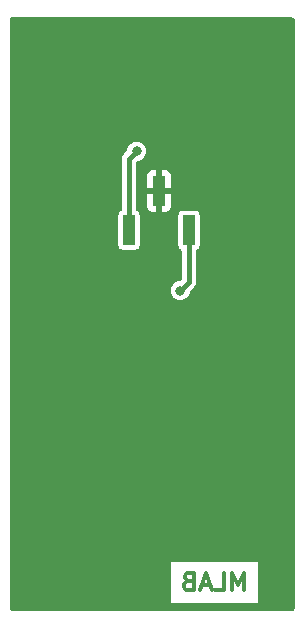
<source format=gbr>
%TF.GenerationSoftware,KiCad,Pcbnew,7.0.5.1-1-g8f565ef7f0-dirty-deb11*%
%TF.CreationDate,2023-07-05T14:49:23+00:00*%
%TF.ProjectId,PINHOLDER01,50494e48-4f4c-4444-9552-30312e6b6963,01A*%
%TF.SameCoordinates,Original*%
%TF.FileFunction,Copper,L2,Bot*%
%TF.FilePolarity,Positive*%
%FSLAX46Y46*%
G04 Gerber Fmt 4.6, Leading zero omitted, Abs format (unit mm)*
G04 Created by KiCad (PCBNEW 7.0.5.1-1-g8f565ef7f0-dirty-deb11) date 2023-07-05 14:49:23*
%MOMM*%
%LPD*%
G01*
G04 APERTURE LIST*
%ADD10C,0.300000*%
%TA.AperFunction,NonConductor*%
%ADD11C,0.300000*%
%TD*%
%TA.AperFunction,ComponentPad*%
%ADD12C,6.000000*%
%TD*%
%TA.AperFunction,SMDPad,CuDef*%
%ADD13R,1.000000X2.510000*%
%TD*%
%TA.AperFunction,ViaPad*%
%ADD14C,0.800000*%
%TD*%
%TA.AperFunction,Conductor*%
%ADD15C,0.400000*%
%TD*%
G04 APERTURE END LIST*
D10*
D11*
X15024821Y-43687182D02*
X15024821Y-42187182D01*
X15024821Y-42187182D02*
X14524821Y-43258611D01*
X14524821Y-43258611D02*
X14024821Y-42187182D01*
X14024821Y-42187182D02*
X14024821Y-43687182D01*
X12596249Y-43687182D02*
X13310535Y-43687182D01*
X13310535Y-43687182D02*
X13310535Y-42187182D01*
X12167677Y-43258611D02*
X11453392Y-43258611D01*
X12310534Y-43687182D02*
X11810534Y-42187182D01*
X11810534Y-42187182D02*
X11310534Y-43687182D01*
X10310535Y-42901468D02*
X10096249Y-42972896D01*
X10096249Y-42972896D02*
X10024820Y-43044325D01*
X10024820Y-43044325D02*
X9953392Y-43187182D01*
X9953392Y-43187182D02*
X9953392Y-43401468D01*
X9953392Y-43401468D02*
X10024820Y-43544325D01*
X10024820Y-43544325D02*
X10096249Y-43615754D01*
X10096249Y-43615754D02*
X10239106Y-43687182D01*
X10239106Y-43687182D02*
X10810535Y-43687182D01*
X10810535Y-43687182D02*
X10810535Y-42187182D01*
X10810535Y-42187182D02*
X10310535Y-42187182D01*
X10310535Y-42187182D02*
X10167678Y-42258611D01*
X10167678Y-42258611D02*
X10096249Y-42330039D01*
X10096249Y-42330039D02*
X10024820Y-42472896D01*
X10024820Y-42472896D02*
X10024820Y-42615754D01*
X10024820Y-42615754D02*
X10096249Y-42758611D01*
X10096249Y-42758611D02*
X10167678Y-42830039D01*
X10167678Y-42830039D02*
X10310535Y-42901468D01*
X10310535Y-42901468D02*
X10810535Y-42901468D01*
D12*
%TO.P,M3,1*%
%TO.N,GND*%
X0Y0D03*
%TD*%
%TO.P,M4,1*%
%TO.N,GND*%
X0Y-40640000D03*
%TD*%
D13*
%TO.P,J1,1*%
%TO.N,/circle_0*%
X10364821Y-13183854D03*
%TO.P,J1,2*%
%TO.N,GND*%
X7824821Y-9873854D03*
%TO.P,J1,3*%
%TO.N,Net-(J1-Pad3)*%
X5284821Y-13183854D03*
%TD*%
D14*
%TO.N,/circle_0*%
X9624821Y-18308854D03*
%TO.N,Net-(J1-Pad3)*%
X5924821Y-6508854D03*
%TD*%
D15*
%TO.N,/circle_0*%
X10364821Y-17568854D02*
X9624821Y-18308854D01*
X10364821Y-13183854D02*
X10364821Y-17568854D01*
%TO.N,Net-(J1-Pad3)*%
X5924821Y-6508854D02*
X5284821Y-7148854D01*
X5284821Y-7148854D02*
X5284821Y-13183854D01*
%TD*%
%TA.AperFunction,Conductor*%
%TO.N,GND*%
G36*
X19190843Y4805793D02*
G01*
X19260084Y4750574D01*
X19298511Y4670782D01*
X19303500Y4626500D01*
X19303500Y-45209854D01*
X19283793Y-45296197D01*
X19228574Y-45365438D01*
X19148782Y-45403865D01*
X19104500Y-45408854D01*
X-4626500Y-45408854D01*
X-4712843Y-45389147D01*
X-4782084Y-45333928D01*
X-4820511Y-45254136D01*
X-4825500Y-45209854D01*
X-4825500Y-41269068D01*
X8827892Y-41269068D01*
X8827892Y-44748640D01*
X16221750Y-44748640D01*
X16221750Y-41269068D01*
X8827892Y-41269068D01*
X-4825500Y-41269068D01*
X-4825500Y-18308854D01*
X8819256Y-18308854D01*
X8839453Y-18488109D01*
X8839453Y-18488111D01*
X8839454Y-18488112D01*
X8899031Y-18658374D01*
X8899031Y-18658375D01*
X8995008Y-18811120D01*
X9122554Y-18938666D01*
X9122556Y-18938667D01*
X9122559Y-18938670D01*
X9275299Y-19034643D01*
X9445566Y-19094222D01*
X9624821Y-19114419D01*
X9804076Y-19094222D01*
X9974343Y-19034643D01*
X10127083Y-18938670D01*
X10254637Y-18811116D01*
X10350610Y-18658376D01*
X10410189Y-18488109D01*
X10417044Y-18427264D01*
X10446294Y-18343671D01*
X10474075Y-18308833D01*
X10756994Y-18025914D01*
X10766771Y-18017340D01*
X10793103Y-17997136D01*
X10889357Y-17871695D01*
X10949865Y-17725616D01*
X10965321Y-17608215D01*
X10970503Y-17568854D01*
X10966173Y-17535960D01*
X10965321Y-17522960D01*
X10965321Y-14959085D01*
X10985028Y-14872742D01*
X11040247Y-14803501D01*
X11073973Y-14781776D01*
X11103163Y-14766904D01*
X11192871Y-14677196D01*
X11250467Y-14564158D01*
X11265321Y-14470373D01*
X11265320Y-11897336D01*
X11250467Y-11803550D01*
X11192871Y-11690512D01*
X11192870Y-11690511D01*
X11192869Y-11690509D01*
X11103163Y-11600803D01*
X10990128Y-11543209D01*
X10990125Y-11543208D01*
X10990123Y-11543207D01*
X10990121Y-11543207D01*
X10924639Y-11532836D01*
X10896340Y-11528354D01*
X10896339Y-11528354D01*
X9833302Y-11528354D01*
X9739517Y-11543208D01*
X9739515Y-11543208D01*
X9626476Y-11600805D01*
X9536770Y-11690511D01*
X9479176Y-11803546D01*
X9479174Y-11803553D01*
X9464321Y-11897335D01*
X9464321Y-14470372D01*
X9477144Y-14551334D01*
X9479174Y-14564154D01*
X9479175Y-14564157D01*
X9479175Y-14564159D01*
X9536772Y-14677198D01*
X9626476Y-14766902D01*
X9626478Y-14766903D01*
X9626479Y-14766904D01*
X9655665Y-14781775D01*
X9723649Y-14838532D01*
X9760276Y-14919166D01*
X9764321Y-14959085D01*
X9764321Y-17237689D01*
X9744614Y-17324032D01*
X9706034Y-17378404D01*
X9624841Y-17459596D01*
X9549852Y-17506714D01*
X9506413Y-17516629D01*
X9445568Y-17523485D01*
X9445563Y-17523486D01*
X9275300Y-17583064D01*
X9275299Y-17583064D01*
X9122554Y-17679041D01*
X8995008Y-17806587D01*
X8899031Y-17959332D01*
X8899031Y-17959333D01*
X8875731Y-18025922D01*
X8839453Y-18129599D01*
X8819256Y-18308854D01*
X-4825500Y-18308854D01*
X-4825500Y-14470372D01*
X4384321Y-14470372D01*
X4397144Y-14551334D01*
X4399174Y-14564154D01*
X4399175Y-14564157D01*
X4399175Y-14564159D01*
X4456772Y-14677198D01*
X4546478Y-14766904D01*
X4618304Y-14803501D01*
X4659517Y-14824500D01*
X4753302Y-14839354D01*
X5816339Y-14839353D01*
X5910125Y-14824500D01*
X6023163Y-14766904D01*
X6112871Y-14677196D01*
X6170467Y-14564158D01*
X6185321Y-14470373D01*
X6185320Y-11897336D01*
X6170467Y-11803550D01*
X6112871Y-11690512D01*
X6112870Y-11690511D01*
X6112869Y-11690509D01*
X6023164Y-11600804D01*
X6023162Y-11600803D01*
X5993975Y-11585931D01*
X5925990Y-11529173D01*
X5889365Y-11448537D01*
X5885321Y-11408622D01*
X5885321Y-10127854D01*
X6794821Y-10127854D01*
X6794821Y-11170354D01*
X6805048Y-11255516D01*
X6858495Y-11391051D01*
X6858500Y-11391059D01*
X6946530Y-11507143D01*
X6946531Y-11507144D01*
X7062615Y-11595174D01*
X7062623Y-11595179D01*
X7198158Y-11648626D01*
X7283321Y-11658854D01*
X7570821Y-11658854D01*
X7570821Y-10127854D01*
X8078821Y-10127854D01*
X8078821Y-11658854D01*
X8366321Y-11658854D01*
X8451483Y-11648626D01*
X8587018Y-11595179D01*
X8587026Y-11595174D01*
X8703110Y-11507144D01*
X8703111Y-11507143D01*
X8791141Y-11391059D01*
X8791146Y-11391051D01*
X8844593Y-11255516D01*
X8854821Y-11170354D01*
X8854821Y-10127854D01*
X8078821Y-10127854D01*
X7570821Y-10127854D01*
X6794821Y-10127854D01*
X5885321Y-10127854D01*
X5885321Y-9619854D01*
X6794821Y-9619854D01*
X7570821Y-9619854D01*
X7570821Y-8088854D01*
X8078821Y-8088854D01*
X8078821Y-9619854D01*
X8854821Y-9619854D01*
X8854821Y-8577353D01*
X8844593Y-8492191D01*
X8791146Y-8356656D01*
X8791141Y-8356648D01*
X8703111Y-8240564D01*
X8703110Y-8240563D01*
X8587026Y-8152533D01*
X8587018Y-8152528D01*
X8451483Y-8099081D01*
X8366321Y-8088854D01*
X8078821Y-8088854D01*
X7570821Y-8088854D01*
X7283321Y-8088854D01*
X7198158Y-8099081D01*
X7062623Y-8152528D01*
X7062615Y-8152533D01*
X6946531Y-8240563D01*
X6946530Y-8240564D01*
X6858500Y-8356648D01*
X6858495Y-8356656D01*
X6805048Y-8492191D01*
X6794821Y-8577353D01*
X6794821Y-9619854D01*
X5885321Y-9619854D01*
X5885321Y-7496706D01*
X5905028Y-7410363D01*
X5960247Y-7341122D01*
X6040039Y-7302695D01*
X6062037Y-7298958D01*
X6104076Y-7294222D01*
X6274343Y-7234643D01*
X6427083Y-7138670D01*
X6554637Y-7011116D01*
X6650610Y-6858376D01*
X6710189Y-6688109D01*
X6730386Y-6508854D01*
X6710189Y-6329599D01*
X6650610Y-6159332D01*
X6554637Y-6006592D01*
X6554634Y-6006589D01*
X6554633Y-6006587D01*
X6427087Y-5879041D01*
X6427084Y-5879039D01*
X6427083Y-5879038D01*
X6274343Y-5783065D01*
X6274342Y-5783064D01*
X6274341Y-5783064D01*
X6104079Y-5723487D01*
X6104078Y-5723486D01*
X6104076Y-5723486D01*
X5924821Y-5703289D01*
X5745566Y-5723486D01*
X5745563Y-5723486D01*
X5745562Y-5723487D01*
X5575300Y-5783064D01*
X5575299Y-5783064D01*
X5422554Y-5879041D01*
X5295008Y-6006587D01*
X5199031Y-6159332D01*
X5199031Y-6159333D01*
X5139453Y-6329596D01*
X5139452Y-6329601D01*
X5132596Y-6390446D01*
X5103344Y-6474039D01*
X5075562Y-6508876D01*
X4892656Y-6691782D01*
X4882864Y-6700370D01*
X4856539Y-6720571D01*
X4832372Y-6752067D01*
X4760285Y-6846012D01*
X4760284Y-6846012D01*
X4699778Y-6992089D01*
X4699777Y-6992091D01*
X4679139Y-7148855D01*
X4683469Y-7181747D01*
X4684321Y-7194747D01*
X4684321Y-11408622D01*
X4664614Y-11494965D01*
X4609395Y-11564206D01*
X4575667Y-11585931D01*
X4546479Y-11600803D01*
X4546477Y-11600804D01*
X4456770Y-11690511D01*
X4399176Y-11803546D01*
X4399174Y-11803553D01*
X4384321Y-11897335D01*
X4384321Y-14470372D01*
X-4825500Y-14470372D01*
X-4825500Y4626500D01*
X-4805793Y4712843D01*
X-4750574Y4782084D01*
X-4670782Y4820511D01*
X-4626500Y4825500D01*
X19104500Y4825500D01*
X19190843Y4805793D01*
G37*
%TD.AperFunction*%
%TD*%
M02*

</source>
